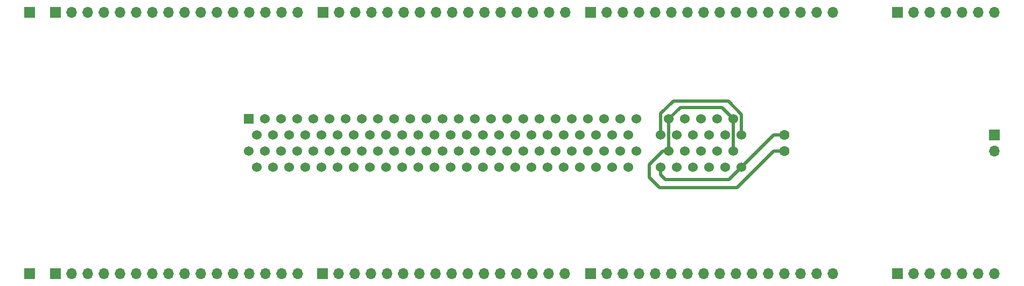
<source format=gbr>
%TF.GenerationSoftware,KiCad,Pcbnew,(5.1.8)-1*%
%TF.CreationDate,2020-11-30T17:22:19-08:00*%
%TF.ProjectId,BreakOutBoard,42726561-6b4f-4757-9442-6f6172642e6b,rev?*%
%TF.SameCoordinates,Original*%
%TF.FileFunction,Copper,L2,Bot*%
%TF.FilePolarity,Positive*%
%FSLAX46Y46*%
G04 Gerber Fmt 4.6, Leading zero omitted, Abs format (unit mm)*
G04 Created by KiCad (PCBNEW (5.1.8)-1) date 2020-11-30 17:22:19*
%MOMM*%
%LPD*%
G01*
G04 APERTURE LIST*
%TA.AperFunction,ComponentPad*%
%ADD10R,1.700000X1.700000*%
%TD*%
%TA.AperFunction,ComponentPad*%
%ADD11O,1.700000X1.700000*%
%TD*%
%TA.AperFunction,ComponentPad*%
%ADD12C,1.530000*%
%TD*%
%TA.AperFunction,ComponentPad*%
%ADD13R,1.530000X1.530000*%
%TD*%
%TA.AperFunction,ViaPad*%
%ADD14C,1.600000*%
%TD*%
%TA.AperFunction,Conductor*%
%ADD15C,0.500000*%
%TD*%
G04 APERTURE END LIST*
D10*
%TO.P,J3,1*%
%TO.N,+5V*%
X227100000Y-95500000D03*
D11*
%TO.P,J3,2*%
%TO.N,GND*%
X227100000Y-98040000D03*
%TD*%
D12*
%TO.P,J8,B62*%
%TO.N,+5V*%
X187335000Y-100610000D03*
%TO.P,J8,B61*%
%TO.N,GND*%
X186065000Y-98070000D03*
%TO.P,J8,B60*%
%TO.N,/CLK*%
X184795000Y-100610000D03*
%TO.P,J8,B59*%
%TO.N,/~CLK*%
X183525000Y-98070000D03*
%TO.P,J8,B58*%
%TO.N,/HLT*%
X182255000Y-100610000D03*
%TO.P,J8,B57*%
%TO.N,/DBG*%
X180985000Y-98070000D03*
%TO.P,J8,B56*%
%TO.N,/RST*%
X179715000Y-100610000D03*
%TO.P,J8,B55*%
%TO.N,/B55*%
X178445000Y-98070000D03*
%TO.P,J8,B54*%
%TO.N,/B54*%
X177175000Y-100610000D03*
%TO.P,J8,B53*%
%TO.N,GND*%
X175905000Y-98070000D03*
%TO.P,J8,B52*%
%TO.N,+5V*%
X174635000Y-100610000D03*
%TO.P,J8,B49*%
%TO.N,/B49*%
X170815000Y-98070000D03*
%TO.P,J8,B48*%
%TO.N,/B48*%
X169555000Y-100610000D03*
%TO.P,J8,B47*%
%TO.N,/B47*%
X168285000Y-98070000D03*
%TO.P,J8,B46*%
%TO.N,/B46*%
X167015000Y-100610000D03*
%TO.P,J8,B45*%
%TO.N,/B45*%
X165745000Y-98070000D03*
%TO.P,J8,B44*%
%TO.N,/B44*%
X164475000Y-100610000D03*
%TO.P,J8,B43*%
%TO.N,/B43*%
X163205000Y-98070000D03*
%TO.P,J8,B42*%
%TO.N,/B42*%
X161935000Y-100610000D03*
%TO.P,J8,B41*%
%TO.N,/B41*%
X160665000Y-98070000D03*
%TO.P,J8,B40*%
%TO.N,/B40*%
X159395000Y-100610000D03*
%TO.P,J8,B39*%
%TO.N,/B39*%
X158125000Y-98070000D03*
%TO.P,J8,B38*%
%TO.N,/B38*%
X156855000Y-100610000D03*
%TO.P,J8,B37*%
%TO.N,/B37*%
X155585000Y-98070000D03*
%TO.P,J8,B36*%
%TO.N,/B36*%
X154315000Y-100610000D03*
%TO.P,J8,B35*%
%TO.N,/B35*%
X153045000Y-98070000D03*
%TO.P,J8,B34*%
%TO.N,/B34*%
X151775000Y-100610000D03*
%TO.P,J8,B33*%
%TO.N,/B33*%
X150505000Y-98070000D03*
%TO.P,J8,B32*%
%TO.N,/B32*%
X149235000Y-100610000D03*
%TO.P,J8,B31*%
%TO.N,/B31*%
X147965000Y-98070000D03*
%TO.P,J8,B30*%
%TO.N,/B30*%
X146695000Y-100610000D03*
%TO.P,J8,B29*%
%TO.N,/B29*%
X145425000Y-98070000D03*
%TO.P,J8,B28*%
%TO.N,/B28*%
X144155000Y-100610000D03*
%TO.P,J8,B27*%
%TO.N,/B27*%
X142885000Y-98070000D03*
%TO.P,J8,B26*%
%TO.N,/B26*%
X141615000Y-100610000D03*
%TO.P,J8,B25*%
%TO.N,/B25*%
X140345000Y-98070000D03*
%TO.P,J8,B24*%
%TO.N,/B24*%
X139075000Y-100610000D03*
%TO.P,J8,B23*%
%TO.N,/B23*%
X137805000Y-98070000D03*
%TO.P,J8,B22*%
%TO.N,/B22*%
X136535000Y-100610000D03*
%TO.P,J8,B21*%
%TO.N,/B21*%
X135265000Y-98070000D03*
%TO.P,J8,B20*%
%TO.N,/B20*%
X133995000Y-100610000D03*
%TO.P,J8,B19*%
%TO.N,/B19*%
X132725000Y-98070000D03*
%TO.P,J8,B18*%
%TO.N,/B18*%
X131455000Y-100610000D03*
%TO.P,J8,B17*%
%TO.N,/B17*%
X130185000Y-98070000D03*
%TO.P,J8,B16*%
%TO.N,/B16*%
X128915000Y-100610000D03*
%TO.P,J8,B15*%
%TO.N,/B15*%
X127645000Y-98070000D03*
%TO.P,J8,B14*%
%TO.N,/B14*%
X126375000Y-100610000D03*
%TO.P,J8,B13*%
%TO.N,/B13*%
X125105000Y-98070000D03*
%TO.P,J8,B12*%
%TO.N,/B12*%
X123835000Y-100610000D03*
%TO.P,J8,B11*%
%TO.N,/B11*%
X122565000Y-98070000D03*
%TO.P,J8,B10*%
%TO.N,/B10*%
X121295000Y-100610000D03*
%TO.P,J8,B9*%
%TO.N,/B9*%
X120025000Y-98070000D03*
%TO.P,J8,B8*%
%TO.N,/B8*%
X118755000Y-100610000D03*
%TO.P,J8,B7*%
%TO.N,/B7*%
X117485000Y-98070000D03*
%TO.P,J8,B6*%
%TO.N,/B6*%
X116215000Y-100610000D03*
%TO.P,J8,B5*%
%TO.N,/B5*%
X114945000Y-98070000D03*
%TO.P,J8,B4*%
%TO.N,/B4*%
X113675000Y-100610000D03*
%TO.P,J8,B3*%
%TO.N,/B3*%
X112405000Y-98070000D03*
%TO.P,J8,B2*%
%TO.N,/B2*%
X111135000Y-100610000D03*
%TO.P,J8,B1*%
%TO.N,/B1*%
X109865000Y-98070000D03*
%TO.P,J8,A62*%
%TO.N,+5V*%
X187335000Y-95530000D03*
%TO.P,J8,A61*%
%TO.N,GND*%
X186065000Y-92990000D03*
%TO.P,J8,A60*%
%TO.N,/A60*%
X184795000Y-95530000D03*
%TO.P,J8,A59*%
%TO.N,/A59*%
X183525000Y-92990000D03*
%TO.P,J8,A58*%
%TO.N,/A58*%
X182255000Y-95530000D03*
%TO.P,J8,A57*%
%TO.N,/A57*%
X180985000Y-92990000D03*
%TO.P,J8,A56*%
%TO.N,/A56*%
X179715000Y-95530000D03*
%TO.P,J8,A55*%
%TO.N,/A55*%
X178445000Y-92990000D03*
%TO.P,J8,A54*%
%TO.N,/A54*%
X177175000Y-95530000D03*
%TO.P,J8,A53*%
%TO.N,GND*%
X175905000Y-92990000D03*
%TO.P,J8,A52*%
%TO.N,+5V*%
X174635000Y-95530000D03*
%TO.P,J8,A49*%
%TO.N,/A49*%
X170815000Y-92990000D03*
%TO.P,J8,A48*%
%TO.N,/A48*%
X169555000Y-95530000D03*
%TO.P,J8,A47*%
%TO.N,/A47*%
X168285000Y-92990000D03*
%TO.P,J8,A46*%
%TO.N,/A46*%
X167015000Y-95530000D03*
%TO.P,J8,A45*%
%TO.N,/A45*%
X165745000Y-92990000D03*
%TO.P,J8,A44*%
%TO.N,/A44*%
X164475000Y-95530000D03*
%TO.P,J8,A43*%
%TO.N,/A43*%
X163205000Y-92990000D03*
%TO.P,J8,A42*%
%TO.N,/A42*%
X161935000Y-95530000D03*
%TO.P,J8,A41*%
%TO.N,/A41*%
X160665000Y-92990000D03*
%TO.P,J8,A40*%
%TO.N,/A40*%
X159395000Y-95530000D03*
%TO.P,J8,A39*%
%TO.N,/A39*%
X158125000Y-92990000D03*
%TO.P,J8,A38*%
%TO.N,/A38*%
X156855000Y-95530000D03*
%TO.P,J8,A37*%
%TO.N,/A37*%
X155585000Y-92990000D03*
%TO.P,J8,A36*%
%TO.N,/A36*%
X154315000Y-95530000D03*
%TO.P,J8,A35*%
%TO.N,/A35*%
X153045000Y-92990000D03*
%TO.P,J8,A34*%
%TO.N,/A34*%
X151775000Y-95530000D03*
%TO.P,J8,A33*%
%TO.N,/A33*%
X150505000Y-92990000D03*
%TO.P,J8,A32*%
%TO.N,/A32*%
X149235000Y-95530000D03*
%TO.P,J8,A31*%
%TO.N,/A31*%
X147965000Y-92990000D03*
%TO.P,J8,A30*%
%TO.N,/A30*%
X146695000Y-95530000D03*
%TO.P,J8,A29*%
%TO.N,/A29*%
X145425000Y-92990000D03*
%TO.P,J8,A28*%
%TO.N,/A28*%
X144155000Y-95530000D03*
%TO.P,J8,A27*%
%TO.N,/A27*%
X142885000Y-92990000D03*
%TO.P,J8,A26*%
%TO.N,/A26*%
X141615000Y-95530000D03*
%TO.P,J8,A25*%
%TO.N,/A25*%
X140345000Y-92990000D03*
%TO.P,J8,A24*%
%TO.N,/A24*%
X139075000Y-95530000D03*
%TO.P,J8,A23*%
%TO.N,/A23*%
X137805000Y-92990000D03*
%TO.P,J8,A22*%
%TO.N,/A22*%
X136535000Y-95530000D03*
%TO.P,J8,A21*%
%TO.N,/A21*%
X135265000Y-92990000D03*
%TO.P,J8,A20*%
%TO.N,/A20*%
X133995000Y-95530000D03*
%TO.P,J8,A19*%
%TO.N,/A19*%
X132725000Y-92990000D03*
%TO.P,J8,A18*%
%TO.N,/A18*%
X131455000Y-95530000D03*
%TO.P,J8,A17*%
%TO.N,/A17*%
X130185000Y-92990000D03*
%TO.P,J8,A16*%
%TO.N,/A16*%
X128915000Y-95530000D03*
%TO.P,J8,A15*%
%TO.N,/A15*%
X127645000Y-92990000D03*
%TO.P,J8,A14*%
%TO.N,/A14*%
X126375000Y-95530000D03*
%TO.P,J8,A13*%
%TO.N,/A13*%
X125105000Y-92990000D03*
%TO.P,J8,A12*%
%TO.N,/A12*%
X123835000Y-95530000D03*
%TO.P,J8,A11*%
%TO.N,/A11*%
X122565000Y-92990000D03*
%TO.P,J8,A10*%
%TO.N,/A10*%
X121295000Y-95530000D03*
%TO.P,J8,A9*%
%TO.N,/A9*%
X120025000Y-92990000D03*
%TO.P,J8,A8*%
%TO.N,/A8*%
X118755000Y-95530000D03*
%TO.P,J8,A7*%
%TO.N,/A7*%
X117485000Y-92990000D03*
%TO.P,J8,A6*%
%TO.N,/A6*%
X116215000Y-95530000D03*
%TO.P,J8,A5*%
%TO.N,/A5*%
X114945000Y-92990000D03*
%TO.P,J8,A4*%
%TO.N,/A4*%
X113675000Y-95530000D03*
%TO.P,J8,A3*%
%TO.N,/A3*%
X112405000Y-92990000D03*
%TO.P,J8,A2*%
%TO.N,/A2*%
X111135000Y-95530000D03*
D13*
%TO.P,J8,A1*%
%TO.N,/A1*%
X109865000Y-92990000D03*
%TD*%
D11*
%TO.P,J11,7*%
%TO.N,/CLK*%
X227100000Y-117400000D03*
%TO.P,J11,6*%
%TO.N,/~CLK*%
X224560000Y-117400000D03*
%TO.P,J11,5*%
%TO.N,/HLT*%
X222020000Y-117400000D03*
%TO.P,J11,4*%
%TO.N,/DBG*%
X219480000Y-117400000D03*
%TO.P,J11,3*%
%TO.N,/RST*%
X216940000Y-117400000D03*
%TO.P,J11,2*%
%TO.N,/B55*%
X214400000Y-117400000D03*
D10*
%TO.P,J11,1*%
%TO.N,/B54*%
X211860000Y-117400000D03*
%TD*%
%TO.P,J12,1*%
%TO.N,/A54*%
X211860000Y-76200000D03*
D11*
%TO.P,J12,2*%
%TO.N,/A55*%
X214400000Y-76200000D03*
%TO.P,J12,3*%
%TO.N,/A56*%
X216940000Y-76200000D03*
%TO.P,J12,4*%
%TO.N,/A57*%
X219480000Y-76200000D03*
%TO.P,J12,5*%
%TO.N,/A58*%
X222020000Y-76200000D03*
%TO.P,J12,6*%
%TO.N,/A59*%
X224560000Y-76200000D03*
%TO.P,J12,7*%
%TO.N,/A60*%
X227100000Y-76200000D03*
%TD*%
D10*
%TO.P,J1,1*%
%TO.N,/B1*%
X75400000Y-117400000D03*
%TD*%
%TO.P,J2,1*%
%TO.N,/A1*%
X75400000Y-76200000D03*
%TD*%
D11*
%TO.P,J4,16*%
%TO.N,/B17*%
X117500000Y-117400000D03*
%TO.P,J4,15*%
%TO.N,/B16*%
X114960000Y-117400000D03*
%TO.P,J4,14*%
%TO.N,/B15*%
X112420000Y-117400000D03*
%TO.P,J4,13*%
%TO.N,/B14*%
X109880000Y-117400000D03*
%TO.P,J4,12*%
%TO.N,/B13*%
X107340000Y-117400000D03*
%TO.P,J4,11*%
%TO.N,/B12*%
X104800000Y-117400000D03*
%TO.P,J4,10*%
%TO.N,/B11*%
X102260000Y-117400000D03*
%TO.P,J4,9*%
%TO.N,/B10*%
X99720000Y-117400000D03*
%TO.P,J4,8*%
%TO.N,/B9*%
X97180000Y-117400000D03*
%TO.P,J4,7*%
%TO.N,/B8*%
X94640000Y-117400000D03*
%TO.P,J4,6*%
%TO.N,/B7*%
X92100000Y-117400000D03*
%TO.P,J4,5*%
%TO.N,/B6*%
X89560000Y-117400000D03*
%TO.P,J4,4*%
%TO.N,/B5*%
X87020000Y-117400000D03*
%TO.P,J4,3*%
%TO.N,/B4*%
X84480000Y-117400000D03*
%TO.P,J4,2*%
%TO.N,/B3*%
X81940000Y-117400000D03*
D10*
%TO.P,J4,1*%
%TO.N,/B2*%
X79400000Y-117400000D03*
%TD*%
%TO.P,J5,1*%
%TO.N,/A2*%
X79400000Y-76200000D03*
D11*
%TO.P,J5,2*%
%TO.N,/A3*%
X81940000Y-76200000D03*
%TO.P,J5,3*%
%TO.N,/A4*%
X84480000Y-76200000D03*
%TO.P,J5,4*%
%TO.N,/A5*%
X87020000Y-76200000D03*
%TO.P,J5,5*%
%TO.N,/A6*%
X89560000Y-76200000D03*
%TO.P,J5,6*%
%TO.N,/A7*%
X92100000Y-76200000D03*
%TO.P,J5,7*%
%TO.N,/A8*%
X94640000Y-76200000D03*
%TO.P,J5,8*%
%TO.N,/A9*%
X97180000Y-76200000D03*
%TO.P,J5,9*%
%TO.N,/A10*%
X99720000Y-76200000D03*
%TO.P,J5,10*%
%TO.N,/A11*%
X102260000Y-76200000D03*
%TO.P,J5,11*%
%TO.N,/A12*%
X104800000Y-76200000D03*
%TO.P,J5,12*%
%TO.N,/A13*%
X107340000Y-76200000D03*
%TO.P,J5,13*%
%TO.N,/A14*%
X109880000Y-76200000D03*
%TO.P,J5,14*%
%TO.N,/A15*%
X112420000Y-76200000D03*
%TO.P,J5,15*%
%TO.N,/A16*%
X114960000Y-76200000D03*
%TO.P,J5,16*%
%TO.N,/A17*%
X117500000Y-76200000D03*
%TD*%
%TO.P,J6,16*%
%TO.N,/B33*%
X159500000Y-117400000D03*
%TO.P,J6,15*%
%TO.N,/B32*%
X156960000Y-117400000D03*
%TO.P,J6,14*%
%TO.N,/B31*%
X154420000Y-117400000D03*
%TO.P,J6,13*%
%TO.N,/B30*%
X151880000Y-117400000D03*
%TO.P,J6,12*%
%TO.N,/B29*%
X149340000Y-117400000D03*
%TO.P,J6,11*%
%TO.N,/B28*%
X146800000Y-117400000D03*
%TO.P,J6,10*%
%TO.N,/B27*%
X144260000Y-117400000D03*
%TO.P,J6,9*%
%TO.N,/B26*%
X141720000Y-117400000D03*
%TO.P,J6,8*%
%TO.N,/B25*%
X139180000Y-117400000D03*
%TO.P,J6,7*%
%TO.N,/B24*%
X136640000Y-117400000D03*
%TO.P,J6,6*%
%TO.N,/B23*%
X134100000Y-117400000D03*
%TO.P,J6,5*%
%TO.N,/B22*%
X131560000Y-117400000D03*
%TO.P,J6,4*%
%TO.N,/B21*%
X129020000Y-117400000D03*
%TO.P,J6,3*%
%TO.N,/B20*%
X126480000Y-117400000D03*
%TO.P,J6,2*%
%TO.N,/B19*%
X123940000Y-117400000D03*
D10*
%TO.P,J6,1*%
%TO.N,/B18*%
X121400000Y-117400000D03*
%TD*%
%TO.P,J7,1*%
%TO.N,/A18*%
X121500000Y-76200000D03*
D11*
%TO.P,J7,2*%
%TO.N,/A19*%
X124040000Y-76200000D03*
%TO.P,J7,3*%
%TO.N,/A20*%
X126580000Y-76200000D03*
%TO.P,J7,4*%
%TO.N,/A21*%
X129120000Y-76200000D03*
%TO.P,J7,5*%
%TO.N,/A22*%
X131660000Y-76200000D03*
%TO.P,J7,6*%
%TO.N,/A23*%
X134200000Y-76200000D03*
%TO.P,J7,7*%
%TO.N,/A24*%
X136740000Y-76200000D03*
%TO.P,J7,8*%
%TO.N,/A25*%
X139280000Y-76200000D03*
%TO.P,J7,9*%
%TO.N,/A26*%
X141820000Y-76200000D03*
%TO.P,J7,10*%
%TO.N,/A27*%
X144360000Y-76200000D03*
%TO.P,J7,11*%
%TO.N,/A28*%
X146900000Y-76200000D03*
%TO.P,J7,12*%
%TO.N,/A29*%
X149440000Y-76200000D03*
%TO.P,J7,13*%
%TO.N,/A30*%
X151980000Y-76200000D03*
%TO.P,J7,14*%
%TO.N,/A31*%
X154520000Y-76200000D03*
%TO.P,J7,15*%
%TO.N,/A32*%
X157060000Y-76200000D03*
%TO.P,J7,16*%
%TO.N,/A33*%
X159600000Y-76200000D03*
%TD*%
D10*
%TO.P,J9,1*%
%TO.N,/B34*%
X163600000Y-117400000D03*
D11*
%TO.P,J9,2*%
%TO.N,/B35*%
X166140000Y-117400000D03*
%TO.P,J9,3*%
%TO.N,/B36*%
X168680000Y-117400000D03*
%TO.P,J9,4*%
%TO.N,/B37*%
X171220000Y-117400000D03*
%TO.P,J9,5*%
%TO.N,/B38*%
X173760000Y-117400000D03*
%TO.P,J9,6*%
%TO.N,/B39*%
X176300000Y-117400000D03*
%TO.P,J9,7*%
%TO.N,/B40*%
X178840000Y-117400000D03*
%TO.P,J9,8*%
%TO.N,/B41*%
X181380000Y-117400000D03*
%TO.P,J9,9*%
%TO.N,/B42*%
X183920000Y-117400000D03*
%TO.P,J9,10*%
%TO.N,/B43*%
X186460000Y-117400000D03*
%TO.P,J9,11*%
%TO.N,/B44*%
X189000000Y-117400000D03*
%TO.P,J9,12*%
%TO.N,/B45*%
X191540000Y-117400000D03*
%TO.P,J9,13*%
%TO.N,/B46*%
X194080000Y-117400000D03*
%TO.P,J9,14*%
%TO.N,/B47*%
X196620000Y-117400000D03*
%TO.P,J9,15*%
%TO.N,/B48*%
X199160000Y-117400000D03*
%TO.P,J9,16*%
%TO.N,/B49*%
X201700000Y-117400000D03*
%TD*%
%TO.P,J10,16*%
%TO.N,/A49*%
X201700000Y-76200000D03*
%TO.P,J10,15*%
%TO.N,/A48*%
X199160000Y-76200000D03*
%TO.P,J10,14*%
%TO.N,/A47*%
X196620000Y-76200000D03*
%TO.P,J10,13*%
%TO.N,/A46*%
X194080000Y-76200000D03*
%TO.P,J10,12*%
%TO.N,/A45*%
X191540000Y-76200000D03*
%TO.P,J10,11*%
%TO.N,/A44*%
X189000000Y-76200000D03*
%TO.P,J10,10*%
%TO.N,/A43*%
X186460000Y-76200000D03*
%TO.P,J10,9*%
%TO.N,/A42*%
X183920000Y-76200000D03*
%TO.P,J10,8*%
%TO.N,/A41*%
X181380000Y-76200000D03*
%TO.P,J10,7*%
%TO.N,/A40*%
X178840000Y-76200000D03*
%TO.P,J10,6*%
%TO.N,/A39*%
X176300000Y-76200000D03*
%TO.P,J10,5*%
%TO.N,/A38*%
X173760000Y-76200000D03*
%TO.P,J10,4*%
%TO.N,/A37*%
X171220000Y-76200000D03*
%TO.P,J10,3*%
%TO.N,/A36*%
X168680000Y-76200000D03*
%TO.P,J10,2*%
%TO.N,/A35*%
X166140000Y-76200000D03*
D10*
%TO.P,J10,1*%
%TO.N,/A34*%
X163600000Y-76200000D03*
%TD*%
D14*
%TO.N,GND*%
X194070000Y-98050000D03*
%TO.N,+5V*%
X194070000Y-95530000D03*
%TD*%
D15*
%TO.N,+5V*%
X187335000Y-92298399D02*
X187335000Y-95530000D01*
X185236601Y-90200000D02*
X187335000Y-92298399D01*
X176600000Y-90200000D02*
X185236601Y-90200000D01*
X174635000Y-92165000D02*
X176600000Y-90200000D01*
X174635000Y-95530000D02*
X174635000Y-92165000D01*
X174635000Y-100610000D02*
X174635000Y-101835000D01*
X174635000Y-101835000D02*
X175400000Y-102600000D01*
X185345000Y-102600000D02*
X187335000Y-100610000D01*
X175400000Y-102600000D02*
X185345000Y-102600000D01*
X192415000Y-95530000D02*
X194070000Y-95530000D01*
X187335000Y-100610000D02*
X192415000Y-95530000D01*
%TO.N,GND*%
X184275000Y-91200000D02*
X186065000Y-92990000D01*
X177695000Y-91200000D02*
X184275000Y-91200000D01*
X175905000Y-92990000D02*
X177695000Y-91200000D01*
X175905000Y-98070000D02*
X174930000Y-98070000D01*
X174930000Y-98070000D02*
X172800000Y-100200000D01*
X172800000Y-100200000D02*
X172800000Y-102200000D01*
X172800000Y-102200000D02*
X174400000Y-103800000D01*
X174400000Y-103800000D02*
X186600000Y-103800000D01*
X192350000Y-98050000D02*
X194070000Y-98050000D01*
X186600000Y-103800000D02*
X192350000Y-98050000D01*
X186065000Y-92990000D02*
X186065000Y-98070000D01*
X175905000Y-92990000D02*
X175905000Y-98070000D01*
%TD*%
M02*

</source>
